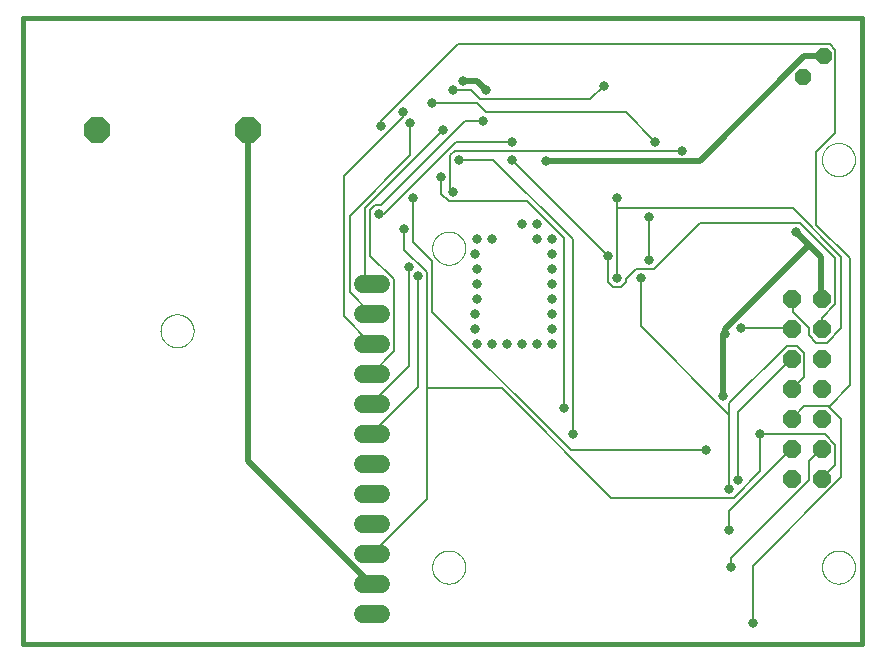
<source format=gbl>
G75*
%MOIN*%
%OFA0B0*%
%FSLAX25Y25*%
%IPPOS*%
%LPD*%
%AMOC8*
5,1,8,0,0,1.08239X$1,22.5*
%
%ADD10C,0.01600*%
%ADD11C,0.00000*%
%ADD12OC8,0.06000*%
%ADD13C,0.06000*%
%ADD14OC8,0.05200*%
%ADD15OC8,0.08500*%
%ADD16C,0.01969*%
%ADD17C,0.03169*%
%ADD18C,0.00800*%
D10*
X0001800Y0001800D02*
X0281328Y0001800D01*
X0281328Y0210461D01*
X0001800Y0210461D01*
X0001800Y0001800D01*
D11*
X0138020Y0027391D02*
X0138022Y0027539D01*
X0138028Y0027687D01*
X0138038Y0027835D01*
X0138052Y0027982D01*
X0138070Y0028129D01*
X0138091Y0028275D01*
X0138117Y0028421D01*
X0138147Y0028566D01*
X0138180Y0028710D01*
X0138218Y0028853D01*
X0138259Y0028995D01*
X0138304Y0029136D01*
X0138352Y0029276D01*
X0138405Y0029415D01*
X0138461Y0029552D01*
X0138521Y0029687D01*
X0138584Y0029821D01*
X0138651Y0029953D01*
X0138722Y0030083D01*
X0138796Y0030211D01*
X0138873Y0030337D01*
X0138954Y0030461D01*
X0139038Y0030583D01*
X0139125Y0030702D01*
X0139216Y0030819D01*
X0139310Y0030934D01*
X0139406Y0031046D01*
X0139506Y0031156D01*
X0139608Y0031262D01*
X0139714Y0031366D01*
X0139822Y0031467D01*
X0139933Y0031565D01*
X0140046Y0031661D01*
X0140162Y0031753D01*
X0140280Y0031842D01*
X0140401Y0031927D01*
X0140524Y0032010D01*
X0140649Y0032089D01*
X0140776Y0032165D01*
X0140905Y0032237D01*
X0141036Y0032306D01*
X0141169Y0032371D01*
X0141304Y0032432D01*
X0141440Y0032490D01*
X0141577Y0032545D01*
X0141716Y0032595D01*
X0141857Y0032642D01*
X0141998Y0032685D01*
X0142141Y0032725D01*
X0142285Y0032760D01*
X0142429Y0032792D01*
X0142575Y0032819D01*
X0142721Y0032843D01*
X0142868Y0032863D01*
X0143015Y0032879D01*
X0143162Y0032891D01*
X0143310Y0032899D01*
X0143458Y0032903D01*
X0143606Y0032903D01*
X0143754Y0032899D01*
X0143902Y0032891D01*
X0144049Y0032879D01*
X0144196Y0032863D01*
X0144343Y0032843D01*
X0144489Y0032819D01*
X0144635Y0032792D01*
X0144779Y0032760D01*
X0144923Y0032725D01*
X0145066Y0032685D01*
X0145207Y0032642D01*
X0145348Y0032595D01*
X0145487Y0032545D01*
X0145624Y0032490D01*
X0145760Y0032432D01*
X0145895Y0032371D01*
X0146028Y0032306D01*
X0146159Y0032237D01*
X0146288Y0032165D01*
X0146415Y0032089D01*
X0146540Y0032010D01*
X0146663Y0031927D01*
X0146784Y0031842D01*
X0146902Y0031753D01*
X0147018Y0031661D01*
X0147131Y0031565D01*
X0147242Y0031467D01*
X0147350Y0031366D01*
X0147456Y0031262D01*
X0147558Y0031156D01*
X0147658Y0031046D01*
X0147754Y0030934D01*
X0147848Y0030819D01*
X0147939Y0030702D01*
X0148026Y0030583D01*
X0148110Y0030461D01*
X0148191Y0030337D01*
X0148268Y0030211D01*
X0148342Y0030083D01*
X0148413Y0029953D01*
X0148480Y0029821D01*
X0148543Y0029687D01*
X0148603Y0029552D01*
X0148659Y0029415D01*
X0148712Y0029276D01*
X0148760Y0029136D01*
X0148805Y0028995D01*
X0148846Y0028853D01*
X0148884Y0028710D01*
X0148917Y0028566D01*
X0148947Y0028421D01*
X0148973Y0028275D01*
X0148994Y0028129D01*
X0149012Y0027982D01*
X0149026Y0027835D01*
X0149036Y0027687D01*
X0149042Y0027539D01*
X0149044Y0027391D01*
X0149042Y0027243D01*
X0149036Y0027095D01*
X0149026Y0026947D01*
X0149012Y0026800D01*
X0148994Y0026653D01*
X0148973Y0026507D01*
X0148947Y0026361D01*
X0148917Y0026216D01*
X0148884Y0026072D01*
X0148846Y0025929D01*
X0148805Y0025787D01*
X0148760Y0025646D01*
X0148712Y0025506D01*
X0148659Y0025367D01*
X0148603Y0025230D01*
X0148543Y0025095D01*
X0148480Y0024961D01*
X0148413Y0024829D01*
X0148342Y0024699D01*
X0148268Y0024571D01*
X0148191Y0024445D01*
X0148110Y0024321D01*
X0148026Y0024199D01*
X0147939Y0024080D01*
X0147848Y0023963D01*
X0147754Y0023848D01*
X0147658Y0023736D01*
X0147558Y0023626D01*
X0147456Y0023520D01*
X0147350Y0023416D01*
X0147242Y0023315D01*
X0147131Y0023217D01*
X0147018Y0023121D01*
X0146902Y0023029D01*
X0146784Y0022940D01*
X0146663Y0022855D01*
X0146540Y0022772D01*
X0146415Y0022693D01*
X0146288Y0022617D01*
X0146159Y0022545D01*
X0146028Y0022476D01*
X0145895Y0022411D01*
X0145760Y0022350D01*
X0145624Y0022292D01*
X0145487Y0022237D01*
X0145348Y0022187D01*
X0145207Y0022140D01*
X0145066Y0022097D01*
X0144923Y0022057D01*
X0144779Y0022022D01*
X0144635Y0021990D01*
X0144489Y0021963D01*
X0144343Y0021939D01*
X0144196Y0021919D01*
X0144049Y0021903D01*
X0143902Y0021891D01*
X0143754Y0021883D01*
X0143606Y0021879D01*
X0143458Y0021879D01*
X0143310Y0021883D01*
X0143162Y0021891D01*
X0143015Y0021903D01*
X0142868Y0021919D01*
X0142721Y0021939D01*
X0142575Y0021963D01*
X0142429Y0021990D01*
X0142285Y0022022D01*
X0142141Y0022057D01*
X0141998Y0022097D01*
X0141857Y0022140D01*
X0141716Y0022187D01*
X0141577Y0022237D01*
X0141440Y0022292D01*
X0141304Y0022350D01*
X0141169Y0022411D01*
X0141036Y0022476D01*
X0140905Y0022545D01*
X0140776Y0022617D01*
X0140649Y0022693D01*
X0140524Y0022772D01*
X0140401Y0022855D01*
X0140280Y0022940D01*
X0140162Y0023029D01*
X0140046Y0023121D01*
X0139933Y0023217D01*
X0139822Y0023315D01*
X0139714Y0023416D01*
X0139608Y0023520D01*
X0139506Y0023626D01*
X0139406Y0023736D01*
X0139310Y0023848D01*
X0139216Y0023963D01*
X0139125Y0024080D01*
X0139038Y0024199D01*
X0138954Y0024321D01*
X0138873Y0024445D01*
X0138796Y0024571D01*
X0138722Y0024699D01*
X0138651Y0024829D01*
X0138584Y0024961D01*
X0138521Y0025095D01*
X0138461Y0025230D01*
X0138405Y0025367D01*
X0138352Y0025506D01*
X0138304Y0025646D01*
X0138259Y0025787D01*
X0138218Y0025929D01*
X0138180Y0026072D01*
X0138147Y0026216D01*
X0138117Y0026361D01*
X0138091Y0026507D01*
X0138070Y0026653D01*
X0138052Y0026800D01*
X0138038Y0026947D01*
X0138028Y0027095D01*
X0138022Y0027243D01*
X0138020Y0027391D01*
X0047469Y0106131D02*
X0047471Y0106279D01*
X0047477Y0106427D01*
X0047487Y0106575D01*
X0047501Y0106722D01*
X0047519Y0106869D01*
X0047540Y0107015D01*
X0047566Y0107161D01*
X0047596Y0107306D01*
X0047629Y0107450D01*
X0047667Y0107593D01*
X0047708Y0107735D01*
X0047753Y0107876D01*
X0047801Y0108016D01*
X0047854Y0108155D01*
X0047910Y0108292D01*
X0047970Y0108427D01*
X0048033Y0108561D01*
X0048100Y0108693D01*
X0048171Y0108823D01*
X0048245Y0108951D01*
X0048322Y0109077D01*
X0048403Y0109201D01*
X0048487Y0109323D01*
X0048574Y0109442D01*
X0048665Y0109559D01*
X0048759Y0109674D01*
X0048855Y0109786D01*
X0048955Y0109896D01*
X0049057Y0110002D01*
X0049163Y0110106D01*
X0049271Y0110207D01*
X0049382Y0110305D01*
X0049495Y0110401D01*
X0049611Y0110493D01*
X0049729Y0110582D01*
X0049850Y0110667D01*
X0049973Y0110750D01*
X0050098Y0110829D01*
X0050225Y0110905D01*
X0050354Y0110977D01*
X0050485Y0111046D01*
X0050618Y0111111D01*
X0050753Y0111172D01*
X0050889Y0111230D01*
X0051026Y0111285D01*
X0051165Y0111335D01*
X0051306Y0111382D01*
X0051447Y0111425D01*
X0051590Y0111465D01*
X0051734Y0111500D01*
X0051878Y0111532D01*
X0052024Y0111559D01*
X0052170Y0111583D01*
X0052317Y0111603D01*
X0052464Y0111619D01*
X0052611Y0111631D01*
X0052759Y0111639D01*
X0052907Y0111643D01*
X0053055Y0111643D01*
X0053203Y0111639D01*
X0053351Y0111631D01*
X0053498Y0111619D01*
X0053645Y0111603D01*
X0053792Y0111583D01*
X0053938Y0111559D01*
X0054084Y0111532D01*
X0054228Y0111500D01*
X0054372Y0111465D01*
X0054515Y0111425D01*
X0054656Y0111382D01*
X0054797Y0111335D01*
X0054936Y0111285D01*
X0055073Y0111230D01*
X0055209Y0111172D01*
X0055344Y0111111D01*
X0055477Y0111046D01*
X0055608Y0110977D01*
X0055737Y0110905D01*
X0055864Y0110829D01*
X0055989Y0110750D01*
X0056112Y0110667D01*
X0056233Y0110582D01*
X0056351Y0110493D01*
X0056467Y0110401D01*
X0056580Y0110305D01*
X0056691Y0110207D01*
X0056799Y0110106D01*
X0056905Y0110002D01*
X0057007Y0109896D01*
X0057107Y0109786D01*
X0057203Y0109674D01*
X0057297Y0109559D01*
X0057388Y0109442D01*
X0057475Y0109323D01*
X0057559Y0109201D01*
X0057640Y0109077D01*
X0057717Y0108951D01*
X0057791Y0108823D01*
X0057862Y0108693D01*
X0057929Y0108561D01*
X0057992Y0108427D01*
X0058052Y0108292D01*
X0058108Y0108155D01*
X0058161Y0108016D01*
X0058209Y0107876D01*
X0058254Y0107735D01*
X0058295Y0107593D01*
X0058333Y0107450D01*
X0058366Y0107306D01*
X0058396Y0107161D01*
X0058422Y0107015D01*
X0058443Y0106869D01*
X0058461Y0106722D01*
X0058475Y0106575D01*
X0058485Y0106427D01*
X0058491Y0106279D01*
X0058493Y0106131D01*
X0058491Y0105983D01*
X0058485Y0105835D01*
X0058475Y0105687D01*
X0058461Y0105540D01*
X0058443Y0105393D01*
X0058422Y0105247D01*
X0058396Y0105101D01*
X0058366Y0104956D01*
X0058333Y0104812D01*
X0058295Y0104669D01*
X0058254Y0104527D01*
X0058209Y0104386D01*
X0058161Y0104246D01*
X0058108Y0104107D01*
X0058052Y0103970D01*
X0057992Y0103835D01*
X0057929Y0103701D01*
X0057862Y0103569D01*
X0057791Y0103439D01*
X0057717Y0103311D01*
X0057640Y0103185D01*
X0057559Y0103061D01*
X0057475Y0102939D01*
X0057388Y0102820D01*
X0057297Y0102703D01*
X0057203Y0102588D01*
X0057107Y0102476D01*
X0057007Y0102366D01*
X0056905Y0102260D01*
X0056799Y0102156D01*
X0056691Y0102055D01*
X0056580Y0101957D01*
X0056467Y0101861D01*
X0056351Y0101769D01*
X0056233Y0101680D01*
X0056112Y0101595D01*
X0055989Y0101512D01*
X0055864Y0101433D01*
X0055737Y0101357D01*
X0055608Y0101285D01*
X0055477Y0101216D01*
X0055344Y0101151D01*
X0055209Y0101090D01*
X0055073Y0101032D01*
X0054936Y0100977D01*
X0054797Y0100927D01*
X0054656Y0100880D01*
X0054515Y0100837D01*
X0054372Y0100797D01*
X0054228Y0100762D01*
X0054084Y0100730D01*
X0053938Y0100703D01*
X0053792Y0100679D01*
X0053645Y0100659D01*
X0053498Y0100643D01*
X0053351Y0100631D01*
X0053203Y0100623D01*
X0053055Y0100619D01*
X0052907Y0100619D01*
X0052759Y0100623D01*
X0052611Y0100631D01*
X0052464Y0100643D01*
X0052317Y0100659D01*
X0052170Y0100679D01*
X0052024Y0100703D01*
X0051878Y0100730D01*
X0051734Y0100762D01*
X0051590Y0100797D01*
X0051447Y0100837D01*
X0051306Y0100880D01*
X0051165Y0100927D01*
X0051026Y0100977D01*
X0050889Y0101032D01*
X0050753Y0101090D01*
X0050618Y0101151D01*
X0050485Y0101216D01*
X0050354Y0101285D01*
X0050225Y0101357D01*
X0050098Y0101433D01*
X0049973Y0101512D01*
X0049850Y0101595D01*
X0049729Y0101680D01*
X0049611Y0101769D01*
X0049495Y0101861D01*
X0049382Y0101957D01*
X0049271Y0102055D01*
X0049163Y0102156D01*
X0049057Y0102260D01*
X0048955Y0102366D01*
X0048855Y0102476D01*
X0048759Y0102588D01*
X0048665Y0102703D01*
X0048574Y0102820D01*
X0048487Y0102939D01*
X0048403Y0103061D01*
X0048322Y0103185D01*
X0048245Y0103311D01*
X0048171Y0103439D01*
X0048100Y0103569D01*
X0048033Y0103701D01*
X0047970Y0103835D01*
X0047910Y0103970D01*
X0047854Y0104107D01*
X0047801Y0104246D01*
X0047753Y0104386D01*
X0047708Y0104527D01*
X0047667Y0104669D01*
X0047629Y0104812D01*
X0047596Y0104956D01*
X0047566Y0105101D01*
X0047540Y0105247D01*
X0047519Y0105393D01*
X0047501Y0105540D01*
X0047487Y0105687D01*
X0047477Y0105835D01*
X0047471Y0105983D01*
X0047469Y0106131D01*
X0138020Y0133690D02*
X0138022Y0133838D01*
X0138028Y0133986D01*
X0138038Y0134134D01*
X0138052Y0134281D01*
X0138070Y0134428D01*
X0138091Y0134574D01*
X0138117Y0134720D01*
X0138147Y0134865D01*
X0138180Y0135009D01*
X0138218Y0135152D01*
X0138259Y0135294D01*
X0138304Y0135435D01*
X0138352Y0135575D01*
X0138405Y0135714D01*
X0138461Y0135851D01*
X0138521Y0135986D01*
X0138584Y0136120D01*
X0138651Y0136252D01*
X0138722Y0136382D01*
X0138796Y0136510D01*
X0138873Y0136636D01*
X0138954Y0136760D01*
X0139038Y0136882D01*
X0139125Y0137001D01*
X0139216Y0137118D01*
X0139310Y0137233D01*
X0139406Y0137345D01*
X0139506Y0137455D01*
X0139608Y0137561D01*
X0139714Y0137665D01*
X0139822Y0137766D01*
X0139933Y0137864D01*
X0140046Y0137960D01*
X0140162Y0138052D01*
X0140280Y0138141D01*
X0140401Y0138226D01*
X0140524Y0138309D01*
X0140649Y0138388D01*
X0140776Y0138464D01*
X0140905Y0138536D01*
X0141036Y0138605D01*
X0141169Y0138670D01*
X0141304Y0138731D01*
X0141440Y0138789D01*
X0141577Y0138844D01*
X0141716Y0138894D01*
X0141857Y0138941D01*
X0141998Y0138984D01*
X0142141Y0139024D01*
X0142285Y0139059D01*
X0142429Y0139091D01*
X0142575Y0139118D01*
X0142721Y0139142D01*
X0142868Y0139162D01*
X0143015Y0139178D01*
X0143162Y0139190D01*
X0143310Y0139198D01*
X0143458Y0139202D01*
X0143606Y0139202D01*
X0143754Y0139198D01*
X0143902Y0139190D01*
X0144049Y0139178D01*
X0144196Y0139162D01*
X0144343Y0139142D01*
X0144489Y0139118D01*
X0144635Y0139091D01*
X0144779Y0139059D01*
X0144923Y0139024D01*
X0145066Y0138984D01*
X0145207Y0138941D01*
X0145348Y0138894D01*
X0145487Y0138844D01*
X0145624Y0138789D01*
X0145760Y0138731D01*
X0145895Y0138670D01*
X0146028Y0138605D01*
X0146159Y0138536D01*
X0146288Y0138464D01*
X0146415Y0138388D01*
X0146540Y0138309D01*
X0146663Y0138226D01*
X0146784Y0138141D01*
X0146902Y0138052D01*
X0147018Y0137960D01*
X0147131Y0137864D01*
X0147242Y0137766D01*
X0147350Y0137665D01*
X0147456Y0137561D01*
X0147558Y0137455D01*
X0147658Y0137345D01*
X0147754Y0137233D01*
X0147848Y0137118D01*
X0147939Y0137001D01*
X0148026Y0136882D01*
X0148110Y0136760D01*
X0148191Y0136636D01*
X0148268Y0136510D01*
X0148342Y0136382D01*
X0148413Y0136252D01*
X0148480Y0136120D01*
X0148543Y0135986D01*
X0148603Y0135851D01*
X0148659Y0135714D01*
X0148712Y0135575D01*
X0148760Y0135435D01*
X0148805Y0135294D01*
X0148846Y0135152D01*
X0148884Y0135009D01*
X0148917Y0134865D01*
X0148947Y0134720D01*
X0148973Y0134574D01*
X0148994Y0134428D01*
X0149012Y0134281D01*
X0149026Y0134134D01*
X0149036Y0133986D01*
X0149042Y0133838D01*
X0149044Y0133690D01*
X0149042Y0133542D01*
X0149036Y0133394D01*
X0149026Y0133246D01*
X0149012Y0133099D01*
X0148994Y0132952D01*
X0148973Y0132806D01*
X0148947Y0132660D01*
X0148917Y0132515D01*
X0148884Y0132371D01*
X0148846Y0132228D01*
X0148805Y0132086D01*
X0148760Y0131945D01*
X0148712Y0131805D01*
X0148659Y0131666D01*
X0148603Y0131529D01*
X0148543Y0131394D01*
X0148480Y0131260D01*
X0148413Y0131128D01*
X0148342Y0130998D01*
X0148268Y0130870D01*
X0148191Y0130744D01*
X0148110Y0130620D01*
X0148026Y0130498D01*
X0147939Y0130379D01*
X0147848Y0130262D01*
X0147754Y0130147D01*
X0147658Y0130035D01*
X0147558Y0129925D01*
X0147456Y0129819D01*
X0147350Y0129715D01*
X0147242Y0129614D01*
X0147131Y0129516D01*
X0147018Y0129420D01*
X0146902Y0129328D01*
X0146784Y0129239D01*
X0146663Y0129154D01*
X0146540Y0129071D01*
X0146415Y0128992D01*
X0146288Y0128916D01*
X0146159Y0128844D01*
X0146028Y0128775D01*
X0145895Y0128710D01*
X0145760Y0128649D01*
X0145624Y0128591D01*
X0145487Y0128536D01*
X0145348Y0128486D01*
X0145207Y0128439D01*
X0145066Y0128396D01*
X0144923Y0128356D01*
X0144779Y0128321D01*
X0144635Y0128289D01*
X0144489Y0128262D01*
X0144343Y0128238D01*
X0144196Y0128218D01*
X0144049Y0128202D01*
X0143902Y0128190D01*
X0143754Y0128182D01*
X0143606Y0128178D01*
X0143458Y0128178D01*
X0143310Y0128182D01*
X0143162Y0128190D01*
X0143015Y0128202D01*
X0142868Y0128218D01*
X0142721Y0128238D01*
X0142575Y0128262D01*
X0142429Y0128289D01*
X0142285Y0128321D01*
X0142141Y0128356D01*
X0141998Y0128396D01*
X0141857Y0128439D01*
X0141716Y0128486D01*
X0141577Y0128536D01*
X0141440Y0128591D01*
X0141304Y0128649D01*
X0141169Y0128710D01*
X0141036Y0128775D01*
X0140905Y0128844D01*
X0140776Y0128916D01*
X0140649Y0128992D01*
X0140524Y0129071D01*
X0140401Y0129154D01*
X0140280Y0129239D01*
X0140162Y0129328D01*
X0140046Y0129420D01*
X0139933Y0129516D01*
X0139822Y0129614D01*
X0139714Y0129715D01*
X0139608Y0129819D01*
X0139506Y0129925D01*
X0139406Y0130035D01*
X0139310Y0130147D01*
X0139216Y0130262D01*
X0139125Y0130379D01*
X0139038Y0130498D01*
X0138954Y0130620D01*
X0138873Y0130744D01*
X0138796Y0130870D01*
X0138722Y0130998D01*
X0138651Y0131128D01*
X0138584Y0131260D01*
X0138521Y0131394D01*
X0138461Y0131529D01*
X0138405Y0131666D01*
X0138352Y0131805D01*
X0138304Y0131945D01*
X0138259Y0132086D01*
X0138218Y0132228D01*
X0138180Y0132371D01*
X0138147Y0132515D01*
X0138117Y0132660D01*
X0138091Y0132806D01*
X0138070Y0132952D01*
X0138052Y0133099D01*
X0138038Y0133246D01*
X0138028Y0133394D01*
X0138022Y0133542D01*
X0138020Y0133690D01*
X0267942Y0163217D02*
X0267944Y0163365D01*
X0267950Y0163513D01*
X0267960Y0163661D01*
X0267974Y0163808D01*
X0267992Y0163955D01*
X0268013Y0164101D01*
X0268039Y0164247D01*
X0268069Y0164392D01*
X0268102Y0164536D01*
X0268140Y0164679D01*
X0268181Y0164821D01*
X0268226Y0164962D01*
X0268274Y0165102D01*
X0268327Y0165241D01*
X0268383Y0165378D01*
X0268443Y0165513D01*
X0268506Y0165647D01*
X0268573Y0165779D01*
X0268644Y0165909D01*
X0268718Y0166037D01*
X0268795Y0166163D01*
X0268876Y0166287D01*
X0268960Y0166409D01*
X0269047Y0166528D01*
X0269138Y0166645D01*
X0269232Y0166760D01*
X0269328Y0166872D01*
X0269428Y0166982D01*
X0269530Y0167088D01*
X0269636Y0167192D01*
X0269744Y0167293D01*
X0269855Y0167391D01*
X0269968Y0167487D01*
X0270084Y0167579D01*
X0270202Y0167668D01*
X0270323Y0167753D01*
X0270446Y0167836D01*
X0270571Y0167915D01*
X0270698Y0167991D01*
X0270827Y0168063D01*
X0270958Y0168132D01*
X0271091Y0168197D01*
X0271226Y0168258D01*
X0271362Y0168316D01*
X0271499Y0168371D01*
X0271638Y0168421D01*
X0271779Y0168468D01*
X0271920Y0168511D01*
X0272063Y0168551D01*
X0272207Y0168586D01*
X0272351Y0168618D01*
X0272497Y0168645D01*
X0272643Y0168669D01*
X0272790Y0168689D01*
X0272937Y0168705D01*
X0273084Y0168717D01*
X0273232Y0168725D01*
X0273380Y0168729D01*
X0273528Y0168729D01*
X0273676Y0168725D01*
X0273824Y0168717D01*
X0273971Y0168705D01*
X0274118Y0168689D01*
X0274265Y0168669D01*
X0274411Y0168645D01*
X0274557Y0168618D01*
X0274701Y0168586D01*
X0274845Y0168551D01*
X0274988Y0168511D01*
X0275129Y0168468D01*
X0275270Y0168421D01*
X0275409Y0168371D01*
X0275546Y0168316D01*
X0275682Y0168258D01*
X0275817Y0168197D01*
X0275950Y0168132D01*
X0276081Y0168063D01*
X0276210Y0167991D01*
X0276337Y0167915D01*
X0276462Y0167836D01*
X0276585Y0167753D01*
X0276706Y0167668D01*
X0276824Y0167579D01*
X0276940Y0167487D01*
X0277053Y0167391D01*
X0277164Y0167293D01*
X0277272Y0167192D01*
X0277378Y0167088D01*
X0277480Y0166982D01*
X0277580Y0166872D01*
X0277676Y0166760D01*
X0277770Y0166645D01*
X0277861Y0166528D01*
X0277948Y0166409D01*
X0278032Y0166287D01*
X0278113Y0166163D01*
X0278190Y0166037D01*
X0278264Y0165909D01*
X0278335Y0165779D01*
X0278402Y0165647D01*
X0278465Y0165513D01*
X0278525Y0165378D01*
X0278581Y0165241D01*
X0278634Y0165102D01*
X0278682Y0164962D01*
X0278727Y0164821D01*
X0278768Y0164679D01*
X0278806Y0164536D01*
X0278839Y0164392D01*
X0278869Y0164247D01*
X0278895Y0164101D01*
X0278916Y0163955D01*
X0278934Y0163808D01*
X0278948Y0163661D01*
X0278958Y0163513D01*
X0278964Y0163365D01*
X0278966Y0163217D01*
X0278964Y0163069D01*
X0278958Y0162921D01*
X0278948Y0162773D01*
X0278934Y0162626D01*
X0278916Y0162479D01*
X0278895Y0162333D01*
X0278869Y0162187D01*
X0278839Y0162042D01*
X0278806Y0161898D01*
X0278768Y0161755D01*
X0278727Y0161613D01*
X0278682Y0161472D01*
X0278634Y0161332D01*
X0278581Y0161193D01*
X0278525Y0161056D01*
X0278465Y0160921D01*
X0278402Y0160787D01*
X0278335Y0160655D01*
X0278264Y0160525D01*
X0278190Y0160397D01*
X0278113Y0160271D01*
X0278032Y0160147D01*
X0277948Y0160025D01*
X0277861Y0159906D01*
X0277770Y0159789D01*
X0277676Y0159674D01*
X0277580Y0159562D01*
X0277480Y0159452D01*
X0277378Y0159346D01*
X0277272Y0159242D01*
X0277164Y0159141D01*
X0277053Y0159043D01*
X0276940Y0158947D01*
X0276824Y0158855D01*
X0276706Y0158766D01*
X0276585Y0158681D01*
X0276462Y0158598D01*
X0276337Y0158519D01*
X0276210Y0158443D01*
X0276081Y0158371D01*
X0275950Y0158302D01*
X0275817Y0158237D01*
X0275682Y0158176D01*
X0275546Y0158118D01*
X0275409Y0158063D01*
X0275270Y0158013D01*
X0275129Y0157966D01*
X0274988Y0157923D01*
X0274845Y0157883D01*
X0274701Y0157848D01*
X0274557Y0157816D01*
X0274411Y0157789D01*
X0274265Y0157765D01*
X0274118Y0157745D01*
X0273971Y0157729D01*
X0273824Y0157717D01*
X0273676Y0157709D01*
X0273528Y0157705D01*
X0273380Y0157705D01*
X0273232Y0157709D01*
X0273084Y0157717D01*
X0272937Y0157729D01*
X0272790Y0157745D01*
X0272643Y0157765D01*
X0272497Y0157789D01*
X0272351Y0157816D01*
X0272207Y0157848D01*
X0272063Y0157883D01*
X0271920Y0157923D01*
X0271779Y0157966D01*
X0271638Y0158013D01*
X0271499Y0158063D01*
X0271362Y0158118D01*
X0271226Y0158176D01*
X0271091Y0158237D01*
X0270958Y0158302D01*
X0270827Y0158371D01*
X0270698Y0158443D01*
X0270571Y0158519D01*
X0270446Y0158598D01*
X0270323Y0158681D01*
X0270202Y0158766D01*
X0270084Y0158855D01*
X0269968Y0158947D01*
X0269855Y0159043D01*
X0269744Y0159141D01*
X0269636Y0159242D01*
X0269530Y0159346D01*
X0269428Y0159452D01*
X0269328Y0159562D01*
X0269232Y0159674D01*
X0269138Y0159789D01*
X0269047Y0159906D01*
X0268960Y0160025D01*
X0268876Y0160147D01*
X0268795Y0160271D01*
X0268718Y0160397D01*
X0268644Y0160525D01*
X0268573Y0160655D01*
X0268506Y0160787D01*
X0268443Y0160921D01*
X0268383Y0161056D01*
X0268327Y0161193D01*
X0268274Y0161332D01*
X0268226Y0161472D01*
X0268181Y0161613D01*
X0268140Y0161755D01*
X0268102Y0161898D01*
X0268069Y0162042D01*
X0268039Y0162187D01*
X0268013Y0162333D01*
X0267992Y0162479D01*
X0267974Y0162626D01*
X0267960Y0162773D01*
X0267950Y0162921D01*
X0267944Y0163069D01*
X0267942Y0163217D01*
X0267942Y0027391D02*
X0267944Y0027539D01*
X0267950Y0027687D01*
X0267960Y0027835D01*
X0267974Y0027982D01*
X0267992Y0028129D01*
X0268013Y0028275D01*
X0268039Y0028421D01*
X0268069Y0028566D01*
X0268102Y0028710D01*
X0268140Y0028853D01*
X0268181Y0028995D01*
X0268226Y0029136D01*
X0268274Y0029276D01*
X0268327Y0029415D01*
X0268383Y0029552D01*
X0268443Y0029687D01*
X0268506Y0029821D01*
X0268573Y0029953D01*
X0268644Y0030083D01*
X0268718Y0030211D01*
X0268795Y0030337D01*
X0268876Y0030461D01*
X0268960Y0030583D01*
X0269047Y0030702D01*
X0269138Y0030819D01*
X0269232Y0030934D01*
X0269328Y0031046D01*
X0269428Y0031156D01*
X0269530Y0031262D01*
X0269636Y0031366D01*
X0269744Y0031467D01*
X0269855Y0031565D01*
X0269968Y0031661D01*
X0270084Y0031753D01*
X0270202Y0031842D01*
X0270323Y0031927D01*
X0270446Y0032010D01*
X0270571Y0032089D01*
X0270698Y0032165D01*
X0270827Y0032237D01*
X0270958Y0032306D01*
X0271091Y0032371D01*
X0271226Y0032432D01*
X0271362Y0032490D01*
X0271499Y0032545D01*
X0271638Y0032595D01*
X0271779Y0032642D01*
X0271920Y0032685D01*
X0272063Y0032725D01*
X0272207Y0032760D01*
X0272351Y0032792D01*
X0272497Y0032819D01*
X0272643Y0032843D01*
X0272790Y0032863D01*
X0272937Y0032879D01*
X0273084Y0032891D01*
X0273232Y0032899D01*
X0273380Y0032903D01*
X0273528Y0032903D01*
X0273676Y0032899D01*
X0273824Y0032891D01*
X0273971Y0032879D01*
X0274118Y0032863D01*
X0274265Y0032843D01*
X0274411Y0032819D01*
X0274557Y0032792D01*
X0274701Y0032760D01*
X0274845Y0032725D01*
X0274988Y0032685D01*
X0275129Y0032642D01*
X0275270Y0032595D01*
X0275409Y0032545D01*
X0275546Y0032490D01*
X0275682Y0032432D01*
X0275817Y0032371D01*
X0275950Y0032306D01*
X0276081Y0032237D01*
X0276210Y0032165D01*
X0276337Y0032089D01*
X0276462Y0032010D01*
X0276585Y0031927D01*
X0276706Y0031842D01*
X0276824Y0031753D01*
X0276940Y0031661D01*
X0277053Y0031565D01*
X0277164Y0031467D01*
X0277272Y0031366D01*
X0277378Y0031262D01*
X0277480Y0031156D01*
X0277580Y0031046D01*
X0277676Y0030934D01*
X0277770Y0030819D01*
X0277861Y0030702D01*
X0277948Y0030583D01*
X0278032Y0030461D01*
X0278113Y0030337D01*
X0278190Y0030211D01*
X0278264Y0030083D01*
X0278335Y0029953D01*
X0278402Y0029821D01*
X0278465Y0029687D01*
X0278525Y0029552D01*
X0278581Y0029415D01*
X0278634Y0029276D01*
X0278682Y0029136D01*
X0278727Y0028995D01*
X0278768Y0028853D01*
X0278806Y0028710D01*
X0278839Y0028566D01*
X0278869Y0028421D01*
X0278895Y0028275D01*
X0278916Y0028129D01*
X0278934Y0027982D01*
X0278948Y0027835D01*
X0278958Y0027687D01*
X0278964Y0027539D01*
X0278966Y0027391D01*
X0278964Y0027243D01*
X0278958Y0027095D01*
X0278948Y0026947D01*
X0278934Y0026800D01*
X0278916Y0026653D01*
X0278895Y0026507D01*
X0278869Y0026361D01*
X0278839Y0026216D01*
X0278806Y0026072D01*
X0278768Y0025929D01*
X0278727Y0025787D01*
X0278682Y0025646D01*
X0278634Y0025506D01*
X0278581Y0025367D01*
X0278525Y0025230D01*
X0278465Y0025095D01*
X0278402Y0024961D01*
X0278335Y0024829D01*
X0278264Y0024699D01*
X0278190Y0024571D01*
X0278113Y0024445D01*
X0278032Y0024321D01*
X0277948Y0024199D01*
X0277861Y0024080D01*
X0277770Y0023963D01*
X0277676Y0023848D01*
X0277580Y0023736D01*
X0277480Y0023626D01*
X0277378Y0023520D01*
X0277272Y0023416D01*
X0277164Y0023315D01*
X0277053Y0023217D01*
X0276940Y0023121D01*
X0276824Y0023029D01*
X0276706Y0022940D01*
X0276585Y0022855D01*
X0276462Y0022772D01*
X0276337Y0022693D01*
X0276210Y0022617D01*
X0276081Y0022545D01*
X0275950Y0022476D01*
X0275817Y0022411D01*
X0275682Y0022350D01*
X0275546Y0022292D01*
X0275409Y0022237D01*
X0275270Y0022187D01*
X0275129Y0022140D01*
X0274988Y0022097D01*
X0274845Y0022057D01*
X0274701Y0022022D01*
X0274557Y0021990D01*
X0274411Y0021963D01*
X0274265Y0021939D01*
X0274118Y0021919D01*
X0273971Y0021903D01*
X0273824Y0021891D01*
X0273676Y0021883D01*
X0273528Y0021879D01*
X0273380Y0021879D01*
X0273232Y0021883D01*
X0273084Y0021891D01*
X0272937Y0021903D01*
X0272790Y0021919D01*
X0272643Y0021939D01*
X0272497Y0021963D01*
X0272351Y0021990D01*
X0272207Y0022022D01*
X0272063Y0022057D01*
X0271920Y0022097D01*
X0271779Y0022140D01*
X0271638Y0022187D01*
X0271499Y0022237D01*
X0271362Y0022292D01*
X0271226Y0022350D01*
X0271091Y0022411D01*
X0270958Y0022476D01*
X0270827Y0022545D01*
X0270698Y0022617D01*
X0270571Y0022693D01*
X0270446Y0022772D01*
X0270323Y0022855D01*
X0270202Y0022940D01*
X0270084Y0023029D01*
X0269968Y0023121D01*
X0269855Y0023217D01*
X0269744Y0023315D01*
X0269636Y0023416D01*
X0269530Y0023520D01*
X0269428Y0023626D01*
X0269328Y0023736D01*
X0269232Y0023848D01*
X0269138Y0023963D01*
X0269047Y0024080D01*
X0268960Y0024199D01*
X0268876Y0024321D01*
X0268795Y0024445D01*
X0268718Y0024571D01*
X0268644Y0024699D01*
X0268573Y0024829D01*
X0268506Y0024961D01*
X0268443Y0025095D01*
X0268383Y0025230D01*
X0268327Y0025367D01*
X0268274Y0025506D01*
X0268226Y0025646D01*
X0268181Y0025787D01*
X0268140Y0025929D01*
X0268102Y0026072D01*
X0268069Y0026216D01*
X0268039Y0026361D01*
X0268013Y0026507D01*
X0267992Y0026653D01*
X0267974Y0026800D01*
X0267960Y0026947D01*
X0267950Y0027095D01*
X0267944Y0027243D01*
X0267942Y0027391D01*
D12*
X0267863Y0056800D03*
X0257863Y0056800D03*
X0257863Y0066800D03*
X0267863Y0066800D03*
X0267863Y0076800D03*
X0257863Y0076800D03*
X0257863Y0086800D03*
X0267863Y0086800D03*
X0267863Y0096800D03*
X0257863Y0096800D03*
X0257863Y0106800D03*
X0267863Y0106800D03*
X0267863Y0116800D03*
X0257863Y0116800D03*
D13*
X0120863Y0111800D02*
X0114863Y0111800D01*
X0114863Y0101800D02*
X0120863Y0101800D01*
X0120863Y0091800D02*
X0114863Y0091800D01*
X0114863Y0081800D02*
X0120863Y0081800D01*
X0120863Y0071800D02*
X0114863Y0071800D01*
X0114863Y0061800D02*
X0120863Y0061800D01*
X0120863Y0051800D02*
X0114863Y0051800D01*
X0114863Y0041800D02*
X0120863Y0041800D01*
X0120863Y0031800D02*
X0114863Y0031800D01*
X0114863Y0021800D02*
X0120863Y0021800D01*
X0120863Y0011800D02*
X0114863Y0011800D01*
X0114863Y0121800D02*
X0120863Y0121800D01*
D14*
X0261646Y0190800D03*
X0268646Y0197800D03*
D15*
X0076603Y0173060D03*
X0026209Y0173060D03*
D16*
X0076603Y0173060D02*
X0076603Y0062824D01*
X0117450Y0021977D01*
X0117863Y0021800D01*
X0235068Y0084477D02*
X0235068Y0104654D01*
X0235560Y0105146D01*
X0235560Y0106623D01*
X0263611Y0134674D01*
X0267548Y0130737D01*
X0267548Y0116957D01*
X0267863Y0116800D01*
X0263611Y0134674D02*
X0259182Y0139103D01*
X0227194Y0162725D02*
X0262135Y0197666D01*
X0268532Y0197666D01*
X0268646Y0197800D01*
X0227194Y0162725D02*
X0176013Y0162725D01*
X0155835Y0186347D02*
X0152883Y0189300D01*
X0148454Y0189300D01*
D17*
X0148454Y0189300D03*
X0145009Y0186347D03*
X0138119Y0181918D03*
X0130737Y0175520D03*
X0128276Y0178965D03*
X0120894Y0174536D03*
X0141564Y0173060D03*
X0154851Y0176013D03*
X0164694Y0169123D03*
X0164694Y0163217D03*
X0176013Y0162725D03*
X0199635Y0150422D03*
X0210461Y0144024D03*
X0210461Y0129753D03*
X0207509Y0123847D03*
X0199635Y0123847D03*
X0196682Y0131229D03*
X0177863Y0131800D03*
X0177863Y0136800D03*
X0172863Y0136800D03*
X0172863Y0141800D03*
X0167863Y0141800D03*
X0157863Y0136800D03*
X0152863Y0136800D03*
X0152194Y0131800D03*
X0152863Y0126800D03*
X0152863Y0121800D03*
X0152863Y0116800D03*
X0152194Y0111800D03*
X0152194Y0106800D03*
X0152863Y0101800D03*
X0157863Y0101800D03*
X0162863Y0101800D03*
X0167863Y0101800D03*
X0172863Y0101800D03*
X0177863Y0101800D03*
X0177863Y0106800D03*
X0177863Y0111800D03*
X0177863Y0116800D03*
X0177863Y0121800D03*
X0177863Y0126800D03*
X0145009Y0152391D03*
X0141072Y0157312D03*
X0146977Y0163217D03*
X0131721Y0150422D03*
X0120402Y0145009D03*
X0128769Y0140087D03*
X0130245Y0127292D03*
X0133198Y0124339D03*
X0181918Y0080540D03*
X0184871Y0071682D03*
X0229162Y0066269D03*
X0239989Y0056426D03*
X0237036Y0053473D03*
X0237036Y0039694D03*
X0237528Y0027391D03*
X0244910Y0008690D03*
X0247371Y0071682D03*
X0235068Y0084477D03*
X0235560Y0105146D03*
X0240973Y0107115D03*
X0259182Y0139103D03*
X0221288Y0166170D03*
X0212430Y0169123D03*
X0195206Y0187824D03*
X0155835Y0186347D03*
D18*
X0153867Y0183394D02*
X0190776Y0183394D01*
X0195206Y0187824D01*
X0202587Y0178965D02*
X0212430Y0169123D01*
X0221288Y0166170D02*
X0145501Y0166170D01*
X0144024Y0164694D01*
X0144024Y0153375D01*
X0145009Y0152391D01*
X0143532Y0149438D02*
X0141072Y0151898D01*
X0141072Y0157312D01*
X0146977Y0163217D02*
X0158296Y0163217D01*
X0184871Y0136643D01*
X0184871Y0071682D01*
X0184379Y0066269D02*
X0138119Y0112528D01*
X0138119Y0129261D01*
X0131721Y0135658D01*
X0131721Y0150422D01*
X0120894Y0147961D02*
X0118926Y0147961D01*
X0117450Y0146485D01*
X0117450Y0131229D01*
X0125324Y0123355D01*
X0125324Y0099241D01*
X0117942Y0091859D01*
X0117863Y0091800D01*
X0117942Y0082017D02*
X0130245Y0094320D01*
X0130245Y0127292D01*
X0133198Y0124339D02*
X0133198Y0087430D01*
X0117942Y0072174D01*
X0117863Y0071800D01*
X0117863Y0081800D02*
X0117942Y0082017D01*
X0136150Y0086938D02*
X0161249Y0086938D01*
X0197666Y0050520D01*
X0238513Y0050520D01*
X0247371Y0059379D01*
X0247371Y0071682D01*
X0269024Y0071682D01*
X0272469Y0068237D01*
X0272469Y0061347D01*
X0268040Y0056918D01*
X0267863Y0056800D01*
X0263611Y0056426D02*
X0263611Y0062824D01*
X0267548Y0066761D01*
X0267863Y0066800D01*
X0257863Y0066800D02*
X0257706Y0066761D01*
X0237036Y0046091D01*
X0237036Y0039694D01*
X0237528Y0030343D02*
X0263611Y0056426D01*
X0274438Y0057410D02*
X0274438Y0076603D01*
X0270255Y0080786D01*
X0277391Y0087922D01*
X0277391Y0130245D01*
X0266072Y0141564D01*
X0266072Y0165678D01*
X0272469Y0172076D01*
X0272469Y0199635D01*
X0270501Y0201603D01*
X0146485Y0201603D01*
X0120894Y0176013D01*
X0120894Y0174536D01*
X0128276Y0177489D02*
X0128276Y0178965D01*
X0128276Y0177489D02*
X0108591Y0157804D01*
X0108591Y0111052D01*
X0117450Y0102194D01*
X0117863Y0101800D01*
X0117863Y0111800D02*
X0117450Y0112036D01*
X0110560Y0118926D01*
X0110560Y0144517D01*
X0130737Y0164694D01*
X0130737Y0175520D01*
X0138119Y0181918D02*
X0152883Y0181918D01*
X0155835Y0178965D01*
X0202587Y0178965D01*
X0164694Y0169123D02*
X0145993Y0169123D01*
X0121879Y0145009D01*
X0120402Y0145009D01*
X0120894Y0147961D02*
X0148946Y0176013D01*
X0154851Y0176013D01*
X0153867Y0183394D02*
X0150914Y0186347D01*
X0145009Y0186347D01*
X0141564Y0173060D02*
X0115481Y0146977D01*
X0115481Y0123847D01*
X0117450Y0121879D01*
X0117863Y0121800D01*
X0128769Y0133198D02*
X0136150Y0125816D01*
X0136150Y0086938D01*
X0136150Y0050028D01*
X0117942Y0031820D01*
X0117863Y0031800D01*
X0184379Y0066269D02*
X0229162Y0066269D01*
X0237036Y0078080D02*
X0207509Y0107607D01*
X0207509Y0123847D01*
X0206032Y0126800D02*
X0202587Y0123355D01*
X0202587Y0122371D01*
X0201111Y0120894D01*
X0198158Y0120894D01*
X0196682Y0122371D01*
X0196682Y0131229D01*
X0164694Y0163217D01*
X0169615Y0149438D02*
X0143532Y0149438D01*
X0128769Y0140087D02*
X0128769Y0133198D01*
X0169615Y0149438D02*
X0181918Y0137135D01*
X0181918Y0080540D01*
X0237036Y0082017D02*
X0237036Y0078080D01*
X0237036Y0053473D01*
X0239989Y0056426D02*
X0239989Y0079064D01*
X0257706Y0096780D01*
X0257863Y0096800D01*
X0262135Y0098749D02*
X0262135Y0090875D01*
X0258198Y0086938D01*
X0257863Y0086800D01*
X0262135Y0081032D02*
X0258198Y0077095D01*
X0257863Y0076800D01*
X0262135Y0081032D02*
X0270009Y0081032D01*
X0270255Y0080786D01*
X0262135Y0098749D02*
X0259674Y0101209D01*
X0256229Y0101209D01*
X0237036Y0082017D01*
X0263611Y0104654D02*
X0266072Y0102194D01*
X0269517Y0102194D01*
X0274438Y0107115D01*
X0274438Y0130737D01*
X0258198Y0146977D01*
X0199635Y0146977D01*
X0199635Y0150422D01*
X0199635Y0146977D02*
X0199635Y0123847D01*
X0206032Y0126800D02*
X0211938Y0126800D01*
X0227194Y0142056D01*
X0260658Y0142056D01*
X0272469Y0130245D01*
X0272469Y0114989D01*
X0268040Y0110560D01*
X0268040Y0107115D01*
X0267863Y0106800D01*
X0263611Y0107115D02*
X0263611Y0104654D01*
X0263611Y0107115D02*
X0258198Y0112528D01*
X0258198Y0116465D01*
X0257863Y0116800D01*
X0257706Y0107115D02*
X0240973Y0107115D01*
X0257706Y0107115D02*
X0257863Y0106800D01*
X0210461Y0129753D02*
X0210461Y0144024D01*
X0274438Y0057410D02*
X0244910Y0027883D01*
X0244910Y0008690D01*
X0237528Y0027391D02*
X0237528Y0030343D01*
M02*

</source>
